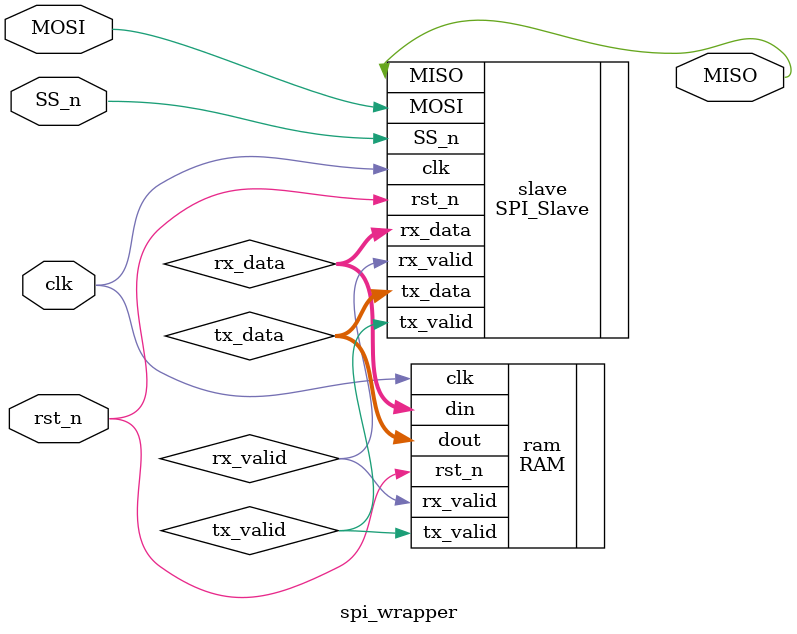
<source format=v>
module spi_wrapper(
    input   MOSI,
            SS_n,
            clk,
            rst_n,
    output  MISO
);
    wire rx_valid, tx_valid;
    wire [9 : 0]    rx_data;
    wire [7 : 0]    tx_data;

    SPI_Slave slave(.MOSI(MOSI),
                    .MISO(MISO),
                    .SS_n(SS_n),
                    .clk(clk),
                    .rst_n(rst_n),
                    .rx_data(rx_data),
                    .rx_valid(rx_valid),
                    .tx_data(tx_data),
                    .tx_valid(tx_valid));
                    
    RAM ram(.din(rx_data),
            .rx_valid(rx_valid),
            .dout(tx_data),
            .tx_valid(tx_valid),
            .clk(clk),
            .rst_n(rst_n));

endmodule

</source>
